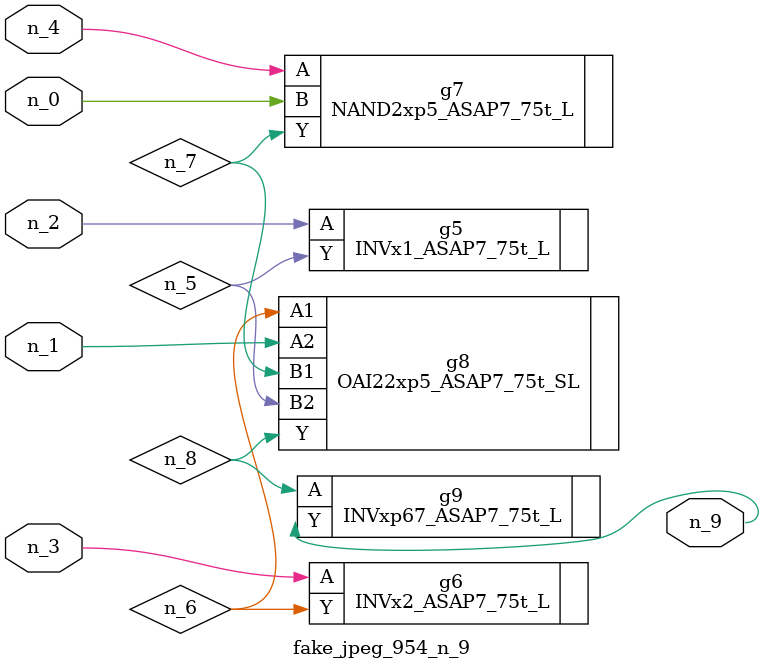
<source format=v>
module fake_jpeg_954_n_9 (n_3, n_2, n_1, n_0, n_4, n_9);

input n_3;
input n_2;
input n_1;
input n_0;
input n_4;

output n_9;

wire n_8;
wire n_6;
wire n_5;
wire n_7;

INVx1_ASAP7_75t_L g5 ( 
.A(n_2),
.Y(n_5)
);

INVx2_ASAP7_75t_L g6 ( 
.A(n_3),
.Y(n_6)
);

NAND2xp5_ASAP7_75t_L g7 ( 
.A(n_4),
.B(n_0),
.Y(n_7)
);

OAI22xp5_ASAP7_75t_SL g8 ( 
.A1(n_6),
.A2(n_1),
.B1(n_7),
.B2(n_5),
.Y(n_8)
);

INVxp67_ASAP7_75t_L g9 ( 
.A(n_8),
.Y(n_9)
);


endmodule
</source>
